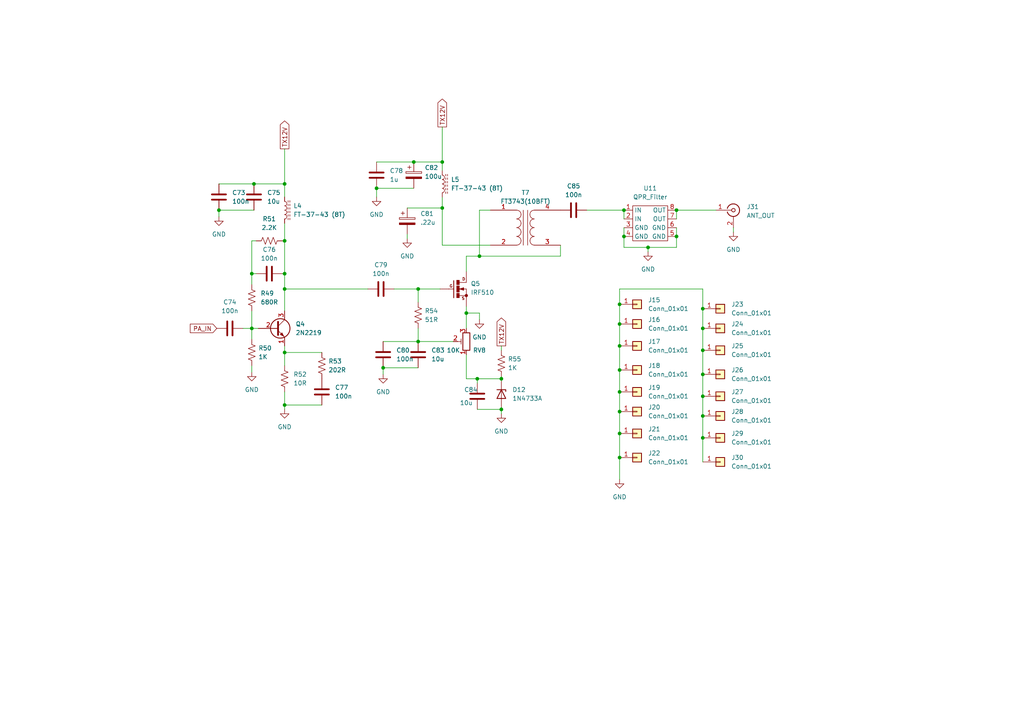
<source format=kicad_sch>
(kicad_sch (version 20211123) (generator eeschema)
  (paper "A4")
  (lib_symbols
    (symbol "Connector:Conn_Coaxial" (pin_names (offset 1.016) hide)
      (property "Reference" "J" (at 0.254 3.048 0))
      (property "Value" "Conn_Coaxial" (at 2.921 0 90))
      (symbol "Conn_Coaxial_0_1"
        (arc (start -1.778 -0.508) (mid 0.2311 -1.8066) (end 1.778 0) (stroke (width 0.254)))
        (polyline (pts (xy -2.54 0) (xy -0.508 0)))
        (polyline (pts (xy 0 -2.54) (xy 0 -1.778)))
        (circle (center 0 0) (radius 0.508) (stroke (width 0.2032)))
        (arc (start 1.778 0) (mid 0.2099 1.8101) (end -1.778 0.508) (stroke (width 0.254)))
      )
      (symbol "Conn_Coaxial_1_1"
        (pin passive line (at -5.08 0 0) (length 2.54) (name "In") (number "1"))
        (pin passive line (at 0 -5.08 90) (length 2.54) (name "Ext") (number "2"))
      )
    )
    (symbol "Connector_Generic:Conn_01x01" (pin_names (offset 1.016) hide)
      (property "Reference" "J" (at 0 2.54 0))
      (property "Value" "Conn_01x01" (at 0 -2.54 0))
      (symbol "Conn_01x01_1_1"
        (rectangle (start -1.27 0.127) (end 0 -0.127) (stroke (width 0.1524)))
        (rectangle (start -1.27 1.27) (end 1.27 -1.27) (stroke (width 0.254)) (fill (type background)))
        (pin passive line (at -5.08 0 0) (length 3.81) (name "Pin_1") (number "1"))
      )
    )
    (symbol "Custom_RF:QPR_Filter"
      (property "Reference" "U" (at 0 7.62 0))
      (property "Value" "QPR_Filter" (at 0 -7.62 0))
      (symbol "QPR_Filter_0_1"
        (rectangle (start -5.08 5.08) (end 5.08 -5.08))
      )
      (symbol "QPR_Filter_1_1"
        (pin bidirectional line (at -7.62 3.81 0) (length 2.54) (name "IN") (number "1"))
        (pin bidirectional line (at -7.62 1.27 0) (length 2.54) (name "IN") (number "2"))
        (pin power_in line (at -7.62 -1.27 0) (length 2.54) (name "GND") (number "3"))
        (pin power_in line (at -7.62 -3.81 0) (length 2.54) (name "GND") (number "4"))
        (pin power_in line (at 7.62 -3.81 180) (length 2.54) (name "GND") (number "5"))
        (pin power_in line (at 7.62 -1.27 180) (length 2.54) (name "GND") (number "6"))
        (pin bidirectional line (at 7.62 1.27 180) (length 2.54) (name "OUT") (number "7"))
        (pin bidirectional line (at 7.62 3.81 180) (length 2.54) (name "OUT") (number "8"))
      )
    )
    (symbol "Device:C" (pin_numbers hide) (pin_names (offset 0.254))
      (property "Reference" "C" (at 0.635 2.54 0))
      (property "Value" "C" (at 0.635 -2.54 0))
      (symbol "C_0_1"
        (polyline (pts (xy -2.032 -0.762) (xy 2.032 -0.762)) (stroke (width 0.508)))
        (polyline (pts (xy -2.032 0.762) (xy 2.032 0.762)) (stroke (width 0.508)))
      )
      (symbol "C_1_1"
        (pin passive line (at 0 3.81 270) (length 2.794) (name "~") (number "1"))
        (pin passive line (at 0 -3.81 90) (length 2.794) (name "~") (number "2"))
      )
    )
    (symbol "Device:C_Polarized" (pin_numbers hide) (pin_names (offset 0.254))
      (property "Reference" "C" (at 0.635 2.54 0))
      (property "Value" "C_Polarized" (at 0.635 -2.54 0))
      (symbol "C_Polarized_0_1"
        (rectangle (start -2.286 0.508) (end 2.286 1.016))
        (polyline (pts (xy -1.778 2.286) (xy -0.762 2.286)))
        (polyline (pts (xy -1.27 2.794) (xy -1.27 1.778)))
        (rectangle (start 2.286 -0.508) (end -2.286 -1.016) (fill (type outline)))
      )
      (symbol "C_Polarized_1_1"
        (pin passive line (at 0 3.81 270) (length 2.794) (name "~") (number "1"))
        (pin passive line (at 0 -3.81 90) (length 2.794) (name "~") (number "2"))
      )
    )
    (symbol "Device:L_Ferrite" (pin_numbers hide) (pin_names (offset 1.016) hide)
      (property "Reference" "L" (at -1.27 0 90))
      (property "Value" "L_Ferrite" (at 2.794 0 90))
      (symbol "L_Ferrite_0_1"
        (arc (start 0 -2.54) (mid 0.635 -1.905) (end 0 -1.27))
        (arc (start 0 -1.27) (mid 0.635 -0.635) (end 0 0))
        (polyline (pts (xy 1.016 -2.794) (xy 1.016 -2.286)))
        (polyline (pts (xy 1.016 -1.778) (xy 1.016 -1.27)))
        (polyline (pts (xy 1.016 -0.762) (xy 1.016 -0.254)))
        (polyline (pts (xy 1.016 0.254) (xy 1.016 0.762)))
        (polyline (pts (xy 1.016 1.27) (xy 1.016 1.778)))
        (polyline (pts (xy 1.016 2.286) (xy 1.016 2.794)))
        (polyline (pts (xy 1.524 -2.286) (xy 1.524 -2.794)))
        (polyline (pts (xy 1.524 -1.27) (xy 1.524 -1.778)))
        (polyline (pts (xy 1.524 -0.254) (xy 1.524 -0.762)))
        (polyline (pts (xy 1.524 0.762) (xy 1.524 0.254)))
        (polyline (pts (xy 1.524 1.778) (xy 1.524 1.27)))
        (polyline (pts (xy 1.524 2.794) (xy 1.524 2.286)))
        (arc (start 0 0) (mid 0.635 0.635) (end 0 1.27))
        (arc (start 0 1.27) (mid 0.635 1.905) (end 0 2.54))
      )
      (symbol "L_Ferrite_1_1"
        (pin passive line (at 0 3.81 270) (length 1.27) (name "1") (number "1"))
        (pin passive line (at 0 -3.81 90) (length 1.27) (name "2") (number "2"))
      )
    )
    (symbol "Device:R_Potentiometer_Trim" (pin_names (offset 1.016) hide)
      (property "Reference" "RV" (at -4.445 0 90))
      (property "Value" "R_Potentiometer_Trim" (at -2.54 0 90))
      (symbol "R_Potentiometer_Trim_0_1"
        (polyline (pts (xy 1.524 0.762) (xy 1.524 -0.762)))
        (polyline (pts (xy 2.54 0) (xy 1.524 0)))
        (rectangle (start 1.016 2.54) (end -1.016 -2.54) (stroke (width 0.254)))
      )
      (symbol "R_Potentiometer_Trim_1_1"
        (pin passive line (at 0 3.81 270) (length 1.27) (name "1") (number "1"))
        (pin passive line (at 3.81 0 180) (length 1.27) (name "2") (number "2"))
        (pin passive line (at 0 -3.81 90) (length 1.27) (name "3") (number "3"))
      )
    )
    (symbol "Device:R_US" (pin_numbers hide) (pin_names (offset 0))
      (property "Reference" "R" (at 2.54 0 90))
      (property "Value" "R_US" (at -2.54 0 90))
      (symbol "R_US_0_1"
        (polyline (pts (xy 0 -2.286) (xy 0 -2.54)))
        (polyline (pts (xy 0 2.286) (xy 0 2.54)))
        (polyline (pts (xy 0 -0.762) (xy 1.016 -1.143) (xy 0 -1.524) (xy -1.016 -1.905) (xy 0 -2.286)))
        (polyline (pts (xy 0 0.762) (xy 1.016 0.381) (xy 0 0) (xy -1.016 -0.381) (xy 0 -0.762)))
        (polyline (pts (xy 0 2.286) (xy 1.016 1.905) (xy 0 1.524) (xy -1.016 1.143) (xy 0 0.762)))
      )
      (symbol "R_US_1_1"
        (pin passive line (at 0 3.81 270) (length 1.27) (name "~") (number "1"))
        (pin passive line (at 0 -3.81 90) (length 1.27) (name "~") (number "2"))
      )
    )
    (symbol "Device:Transformer_1P_1S" (pin_names (offset 1.016) hide)
      (property "Reference" "T" (at 0 6.35 0))
      (property "Value" "Transformer_1P_1S" (at 0 -7.62 0))
      (symbol "Transformer_1P_1S_0_1"
        (arc (start -2.54 -5.0546) (mid -1.6599 -4.6901) (end -1.27 -3.81))
        (arc (start -2.54 -2.5146) (mid -1.6599 -2.1501) (end -1.27 -1.27))
        (arc (start -2.54 0.0254) (mid -1.6599 0.3899) (end -1.27 1.27))
        (arc (start -2.54 2.5654) (mid -1.6599 2.9299) (end -1.27 3.81))
        (arc (start -1.27 -3.81) (mid -1.642 -2.912) (end -2.54 -2.54))
        (arc (start -1.27 -1.27) (mid -1.642 -0.372) (end -2.54 0))
        (arc (start -1.27 1.27) (mid -1.642 2.168) (end -2.54 2.54))
        (arc (start -1.27 3.81) (mid -1.642 4.708) (end -2.54 5.08))
        (polyline (pts (xy -0.635 5.08) (xy -0.635 -5.08)))
        (polyline (pts (xy 0.635 -5.08) (xy 0.635 5.08)))
        (arc (start 1.2954 -1.27) (mid 1.6599 -2.1501) (end 2.54 -2.5146))
        (arc (start 1.2954 1.27) (mid 1.6599 0.3899) (end 2.54 0.0254))
        (arc (start 1.2954 3.81) (mid 1.6599 2.9299) (end 2.54 2.5654))
        (arc (start 1.3208 -3.81) (mid 1.6853 -4.6901) (end 2.5654 -5.0546))
        (arc (start 2.54 0) (mid 1.642 -0.372) (end 1.2954 -1.27))
        (arc (start 2.54 2.54) (mid 1.642 2.168) (end 1.2954 1.27))
        (arc (start 2.54 5.08) (mid 1.642 4.708) (end 1.2954 3.81))
        (arc (start 2.5654 -2.54) (mid 1.6674 -2.912) (end 1.3208 -3.81))
      )
      (symbol "Transformer_1P_1S_1_1"
        (pin passive line (at -10.16 5.08 0) (length 7.62) (name "AA") (number "1"))
        (pin passive line (at -10.16 -5.08 0) (length 7.62) (name "AB") (number "2"))
        (pin passive line (at 10.16 -5.08 180) (length 7.62) (name "SA") (number "3"))
        (pin passive line (at 10.16 5.08 180) (length 7.62) (name "SB") (number "4"))
      )
    )
    (symbol "Diode:1N47xxA" (pin_numbers hide) (pin_names hide)
      (property "Reference" "D" (at 0 2.54 0))
      (property "Value" "1N47xxA" (at 0 -2.54 0))
      (symbol "1N47xxA_0_1"
        (polyline (pts (xy 1.27 0) (xy -1.27 0)))
        (polyline (pts (xy -1.27 -1.27) (xy -1.27 1.27) (xy -0.762 1.27)) (stroke (width 0.254)))
        (polyline (pts (xy 1.27 -1.27) (xy 1.27 1.27) (xy -1.27 0) (xy 1.27 -1.27)) (stroke (width 0.254)))
      )
      (symbol "1N47xxA_1_1"
        (pin passive line (at -3.81 0 0) (length 2.54) (name "K") (number "1"))
        (pin passive line (at 3.81 0 180) (length 2.54) (name "A") (number "2"))
      )
    )
    (symbol "SnapEDA-Library:IRF510" (pin_numbers hide) (pin_names (offset 1.016) hide)
      (property "Reference" "Q" (at 3.302 0.508 0))
      (property "Value" "IRF510" (at 3.302 -0.508 0))
      (symbol "IRF510_0_0"
        (rectangle (start -0.254 -2.54) (end 0.508 -1.27) (fill (type outline)))
        (rectangle (start -0.254 -0.889) (end 0.508 0.889) (fill (type outline)))
        (rectangle (start -0.254 1.27) (end 0.508 2.54) (fill (type outline)))
        (polyline (pts (xy -1.1176 0) (xy -2.54 0)) (stroke (width 0.1524)))
        (polyline (pts (xy -1.1176 0) (xy -1.1176 -2.54)) (stroke (width 0.254)))
        (polyline (pts (xy -1.1176 2.413) (xy -1.1176 0)) (stroke (width 0.254)))
        (polyline (pts (xy 0.508 -1.905) (xy 2.54 -1.905)) (stroke (width 0.1524)))
        (polyline (pts (xy 0.508 0) (xy 1.143 0)) (stroke (width 0.1524)))
        (polyline (pts (xy 0.508 0) (xy 1.778 0.381)) (stroke (width 0.1524)))
        (polyline (pts (xy 1.143 0) (xy 1.651 -0.127)) (stroke (width 0.3048)))
        (polyline (pts (xy 1.143 0) (xy 2.54 0)) (stroke (width 0.1524)))
        (polyline (pts (xy 1.651 0.127) (xy 1.143 0)) (stroke (width 0.3048)))
        (polyline (pts (xy 1.778 -0.381) (xy 0.508 0)) (stroke (width 0.1524)))
        (polyline (pts (xy 1.778 0.381) (xy 1.778 -0.381)) (stroke (width 0.1524)))
        (polyline (pts (xy 2.54 -1.905) (xy 2.54 -2.54)) (stroke (width 0.1524)))
        (polyline (pts (xy 2.54 0) (xy 2.54 -1.905)) (stroke (width 0.1524)))
        (polyline (pts (xy 2.54 1.905) (xy 0.5334 1.905)) (stroke (width 0.1524)))
        (polyline (pts (xy 2.54 2.54) (xy 2.54 1.905)) (stroke (width 0.1524)))
        (circle (center 2.54 -1.905) (radius 0.254) (stroke (width 0.4064)))
        (text "D" (at 1.27 2.413 0) (effects (font (size 0.8128 0.8128)) (justify left bottom)))
        (text "G" (at -2.413 0.381 0) (effects (font (size 0.8128 0.8128)) (justify left bottom)))
        (text "S" (at 1.143 -3.175 0) (effects (font (size 0.8128 0.8128)) (justify left bottom)))
        (pin passive line (at 2.54 -5.08 90) (length 2.54) (name "~") (number "1"))
        (pin passive line (at 2.54 5.08 270) (length 2.54) (name "~") (number "2"))
        (pin passive line (at -5.08 0 0) (length 2.54) (name "~") (number "3"))
      )
    )
    (symbol "Transistor_BJT:2N2219" (pin_names (offset 0) hide)
      (property "Reference" "Q" (at 5.08 1.905 0))
      (property "Value" "2N2219" (at 5.08 0 0))
      (symbol "2N2219_0_1"
        (polyline (pts (xy 0.635 0.635) (xy 2.54 2.54)))
        (polyline (pts (xy 0.635 -0.635) (xy 2.54 -2.54) (xy 2.54 -2.54)))
        (polyline (pts (xy 0.635 1.905) (xy 0.635 -1.905) (xy 0.635 -1.905)) (stroke (width 0.508)))
        (polyline (pts (xy 1.27 -1.778) (xy 1.778 -1.27) (xy 2.286 -2.286) (xy 1.27 -1.778) (xy 1.27 -1.778)) (fill (type outline)))
        (circle (center 1.27 0) (radius 2.8194) (stroke (width 0.254)))
      )
      (symbol "2N2219_1_1"
        (pin passive line (at 2.54 -5.08 90) (length 2.54) (name "E") (number "1"))
        (pin passive line (at -5.08 0 0) (length 5.715) (name "B") (number "2"))
        (pin passive line (at 2.54 5.08 270) (length 2.54) (name "C") (number "3"))
      )
    )
    (symbol "power:GND" (power) (pin_names (offset 0))
      (property "Value" "GND" (at 0 -3.81 0))
      (symbol "GND_0_1"
        (polyline (pts (xy 0 0) (xy 0 -1.27) (xy 1.27 -1.27) (xy 0 -2.54) (xy -1.27 -1.27) (xy 0 -1.27)))
      )
      (symbol "GND_1_1"
        (pin power_in line (at 0 0 270) (length 0) hide (name "GND") (number "1"))
      )
    )
  )
  (junction (at 145.415 118.745))
  (junction (at 203.835 101.6))
  (junction (at 179.705 107.315))
  (junction (at 120.015 46.99))
  (junction (at 139.065 74.295))
  (junction (at 145.415 109.855))
  (junction (at 203.835 127))
  (junction (at 179.705 125.73))
  (junction (at 82.55 69.85))
  (junction (at 180.975 60.96))
  (junction (at 203.835 120.65))
  (junction (at 109.22 54.61))
  (junction (at 63.5 60.96))
  (junction (at 196.215 68.58))
  (junction (at 179.705 113.665))
  (junction (at 203.835 95.25))
  (junction (at 73.025 79.375))
  (junction (at 203.835 89.535))
  (junction (at 82.55 117.475))
  (junction (at 82.55 53.34))
  (junction (at 82.55 83.82))
  (junction (at 203.835 114.935))
  (junction (at 121.285 83.82))
  (junction (at 179.705 93.98))
  (junction (at 180.975 68.58))
  (junction (at 121.285 99.06))
  (junction (at 128.27 46.99))
  (junction (at 111.125 106.68))
  (junction (at 179.705 100.33))
  (junction (at 82.55 79.375))
  (junction (at 138.43 109.855))
  (junction (at 179.705 132.715))
  (junction (at 82.55 102.235))
  (junction (at 73.025 95.25))
  (junction (at 128.27 60.325))
  (junction (at 73.66 53.34))
  (junction (at 135.255 90.805))
  (junction (at 203.835 108.585))
  (junction (at 196.215 60.96))
  (junction (at 179.705 88.265))
  (junction (at 187.96 71.755))
  (junction (at 179.705 119.38))
  (wire (pts (xy 203.835 120.65) (xy 203.835 127)))
  (wire (pts (xy 145.415 118.745) (xy 138.43 118.745)))
  (wire (pts (xy 74.295 69.85) (xy 73.025 69.85)))
  (wire (pts (xy 73.025 95.25) (xy 74.93 95.25)))
  (wire (pts (xy 179.705 83.82) (xy 179.705 88.265)))
  (wire (pts (xy 128.27 60.325) (xy 128.27 57.15)))
  (wire (pts (xy 179.705 88.265) (xy 179.705 93.98)))
  (wire (pts (xy 179.705 107.315) (xy 179.705 113.665)))
  (wire (pts (xy 203.835 127) (xy 203.835 133.985)))
  (wire (pts (xy 179.705 139.065) (xy 179.705 132.715)))
  (wire (pts (xy 207.645 60.96) (xy 196.215 60.96)))
  (wire (pts (xy 142.24 60.96) (xy 139.065 60.96)))
  (wire (pts (xy 145.415 120.015) (xy 145.415 118.745)))
  (wire (pts (xy 82.55 102.235) (xy 93.345 102.235)))
  (wire (pts (xy 145.415 118.11) (xy 145.415 118.745)))
  (wire (pts (xy 81.915 79.375) (xy 82.55 79.375)))
  (wire (pts (xy 128.27 71.12) (xy 128.27 60.325)))
  (wire (pts (xy 118.11 60.325) (xy 128.27 60.325)))
  (wire (pts (xy 73.025 69.85) (xy 73.025 79.375)))
  (wire (pts (xy 82.55 118.745) (xy 82.55 117.475)))
  (wire (pts (xy 135.255 109.855) (xy 138.43 109.855)))
  (wire (pts (xy 109.22 54.61) (xy 120.015 54.61)))
  (wire (pts (xy 196.215 66.04) (xy 196.215 68.58)))
  (wire (pts (xy 139.065 92.71) (xy 139.065 90.805)))
  (wire (pts (xy 139.065 74.295) (xy 162.56 74.295)))
  (wire (pts (xy 111.125 108.585) (xy 111.125 106.68)))
  (wire (pts (xy 139.065 60.96) (xy 139.065 74.295)))
  (wire (pts (xy 203.835 89.535) (xy 203.835 83.82)))
  (wire (pts (xy 73.025 79.375) (xy 74.295 79.375)))
  (wire (pts (xy 145.415 110.49) (xy 145.415 109.855)))
  (wire (pts (xy 73.025 106.045) (xy 73.025 107.95)))
  (wire (pts (xy 128.27 36.83) (xy 128.27 46.99)))
  (wire (pts (xy 111.125 106.68) (xy 121.285 106.68)))
  (wire (pts (xy 196.215 60.96) (xy 196.215 63.5)))
  (wire (pts (xy 139.065 90.805) (xy 135.255 90.805)))
  (wire (pts (xy 145.415 109.855) (xy 145.415 109.22)))
  (wire (pts (xy 121.285 95.25) (xy 121.285 99.06)))
  (wire (pts (xy 82.55 106.045) (xy 82.55 102.235)))
  (wire (pts (xy 138.43 109.855) (xy 145.415 109.855)))
  (wire (pts (xy 63.5 62.865) (xy 63.5 60.96)))
  (wire (pts (xy 121.285 99.06) (xy 131.445 99.06)))
  (wire (pts (xy 180.975 71.755) (xy 187.96 71.755)))
  (wire (pts (xy 179.705 125.73) (xy 179.705 132.715)))
  (wire (pts (xy 203.835 83.82) (xy 179.705 83.82)))
  (wire (pts (xy 82.55 83.82) (xy 106.68 83.82)))
  (wire (pts (xy 180.975 66.04) (xy 180.975 68.58)))
  (wire (pts (xy 179.705 119.38) (xy 179.705 125.73)))
  (wire (pts (xy 82.55 113.665) (xy 82.55 117.475)))
  (wire (pts (xy 187.96 71.755) (xy 187.96 73.025)))
  (wire (pts (xy 109.22 57.15) (xy 109.22 54.61)))
  (wire (pts (xy 82.55 79.375) (xy 82.55 83.82)))
  (wire (pts (xy 82.55 69.85) (xy 82.55 79.375)))
  (wire (pts (xy 128.27 49.53) (xy 128.27 46.99)))
  (wire (pts (xy 203.835 95.25) (xy 203.835 101.6)))
  (wire (pts (xy 121.285 87.63) (xy 121.285 83.82)))
  (wire (pts (xy 203.835 108.585) (xy 203.835 114.935)))
  (wire (pts (xy 212.725 67.31) (xy 212.725 66.04)))
  (wire (pts (xy 135.255 88.9) (xy 135.255 90.805)))
  (wire (pts (xy 179.705 113.665) (xy 179.705 119.38)))
  (wire (pts (xy 118.11 67.945) (xy 118.11 69.215)))
  (wire (pts (xy 93.345 117.475) (xy 82.55 117.475)))
  (wire (pts (xy 81.915 69.85) (xy 82.55 69.85)))
  (wire (pts (xy 120.015 46.99) (xy 128.27 46.99)))
  (wire (pts (xy 135.255 74.295) (xy 139.065 74.295)))
  (wire (pts (xy 138.43 109.855) (xy 138.43 111.125)))
  (wire (pts (xy 145.415 100.33) (xy 145.415 101.6)))
  (wire (pts (xy 180.975 60.96) (xy 180.975 63.5)))
  (wire (pts (xy 70.485 95.25) (xy 73.025 95.25)))
  (wire (pts (xy 135.255 109.855) (xy 135.255 102.87)))
  (wire (pts (xy 82.55 100.33) (xy 82.55 102.235)))
  (wire (pts (xy 196.215 71.755) (xy 196.215 68.58)))
  (wire (pts (xy 187.96 71.755) (xy 196.215 71.755)))
  (wire (pts (xy 82.55 64.77) (xy 82.55 69.85)))
  (wire (pts (xy 111.125 99.06) (xy 121.285 99.06)))
  (wire (pts (xy 82.55 43.18) (xy 82.55 53.34)))
  (wire (pts (xy 63.5 53.34) (xy 73.66 53.34)))
  (wire (pts (xy 63.5 60.96) (xy 73.66 60.96)))
  (wire (pts (xy 142.24 71.12) (xy 128.27 71.12)))
  (wire (pts (xy 82.55 53.34) (xy 82.55 57.15)))
  (wire (pts (xy 203.835 89.535) (xy 203.835 95.25)))
  (wire (pts (xy 109.22 46.99) (xy 120.015 46.99)))
  (wire (pts (xy 135.255 90.805) (xy 135.255 95.25)))
  (wire (pts (xy 135.255 78.74) (xy 135.255 74.295)))
  (wire (pts (xy 180.975 68.58) (xy 180.975 71.755)))
  (wire (pts (xy 203.835 101.6) (xy 203.835 108.585)))
  (wire (pts (xy 179.705 93.98) (xy 179.705 100.33)))
  (wire (pts (xy 180.975 60.96) (xy 170.18 60.96)))
  (wire (pts (xy 203.835 114.935) (xy 203.835 120.65)))
  (wire (pts (xy 73.025 90.17) (xy 73.025 95.25)))
  (wire (pts (xy 73.025 95.25) (xy 73.025 98.425)))
  (wire (pts (xy 73.66 53.34) (xy 82.55 53.34)))
  (wire (pts (xy 179.705 100.33) (xy 179.705 107.315)))
  (wire (pts (xy 73.025 79.375) (xy 73.025 82.55)))
  (wire (pts (xy 127.635 83.82) (xy 121.285 83.82)))
  (wire (pts (xy 162.56 74.295) (xy 162.56 71.12)))
  (wire (pts (xy 121.285 83.82) (xy 114.3 83.82)))
  (wire (pts (xy 82.55 83.82) (xy 82.55 90.17)))
  (global_label "PA_IN" (shape input) (at 62.865 95.25 180) (property "Intersheet References" "${INTERSHEET_REFS}" (effects hide)))
  (global_label "TX12V" (shape output) (at 82.55 43.18 90) (property "Intersheet References" "${INTERSHEET_REFS}" (effects hide)))
  (global_label "TX12V" (shape output) (at 128.27 36.83 90) (property "Intersheet References" "${INTERSHEET_REFS}" (effects hide)))
  (global_label "TX12V" (shape output) (at 145.415 100.33 90) (property "Intersheet References" "${INTERSHEET_REFS}" (effects hide)))
  (symbol (lib_id "Connector_Generic:Conn_01x01") (at 208.915 133.985 0) (unit 1)
    (property "Reference" "J30" (at 212.09 132.7149 0) (effects (justify left)))
    (property "Value" "Conn_01x01" (at 212.09 135.2549 0) (effects (justify left)))
    (property "Footprint" "TestPoint:TestPoint_Pad_2.0x2.0mm" (effects hide))
  )
  (symbol (lib_id "Device:R_US") (at 73.025 102.235 180) (unit 1)
    (property "Reference" "R50" (at 74.93 100.9649 0) (effects (justify right)))
    (property "Value" "1K" (at 74.93 103.5049 0) (effects (justify right)))
    (property "Footprint" "Resistor_THT:R_Axial_DIN0207_L6.3mm_D2.5mm_P10.16mm_Horizontal" (effects hide))
  )
  (symbol (lib_id "power:GND") (at 63.5 62.865 0) (unit 1)
    (property "Reference" "#PWR077" (effects hide))
    (property "Value" "GND" (at 63.5 67.945 0))
  )
  (symbol (lib_id "Device:C") (at 111.125 102.87 0) (unit 1)
    (property "Reference" "C80" (at 114.935 101.5999 0) (effects (justify left)))
    (property "Value" "100n" (at 114.935 104.1399 0) (effects (justify left)))
    (property "Footprint" "Capacitor_THT:C_Disc_D3.4mm_W2.1mm_P2.50mm" (effects hide))
  )
  (symbol (lib_id "power:GND") (at 212.725 67.31 0) (unit 1)
    (property "Reference" "#PWR087" (effects hide))
    (property "Value" "GND" (at 212.725 72.39 0))
  )
  (symbol (lib_id "power:GND") (at 109.22 57.15 0) (unit 1)
    (property "Reference" "#PWR080" (effects hide))
    (property "Value" "GND" (at 109.22 62.23 0))
  )
  (symbol (lib_id "power:GND") (at 145.415 120.015 0) (unit 1)
    (property "Reference" "#PWR084" (effects hide))
    (property "Value" "GND" (at 145.415 125.095 0))
  )
  (symbol (lib_id "Device:R_US") (at 78.105 69.85 90) (unit 1)
    (property "Reference" "R51" (at 78.105 63.5 90))
    (property "Value" "2.2K" (at 78.105 66.04 90))
    (property "Footprint" "Resistor_THT:R_Axial_DIN0207_L6.3mm_D2.5mm_P10.16mm_Horizontal" (effects hide))
  )
  (symbol (lib_id "Device:C_Polarized") (at 120.015 50.8 0) (unit 1)
    (property "Reference" "C82" (at 123.19 48.6409 0) (effects (justify left)))
    (property "Value" "100u" (at 123.19 51.1809 0) (effects (justify left)))
    (property "Footprint" "Capacitor_THT:CP_Radial_D8.0mm_P2.50mm" (effects hide))
  )
  (symbol (lib_id "Device:R_US") (at 93.345 106.045 180) (unit 1)
    (property "Reference" "R53" (at 95.25 104.7749 0) (effects (justify right)))
    (property "Value" "202R" (at 95.25 107.3149 0) (effects (justify right)))
    (property "Footprint" "Resistor_THT:R_Axial_DIN0207_L6.3mm_D2.5mm_P10.16mm_Horizontal" (effects hide))
  )
  (symbol (lib_id "Device:C") (at 78.105 79.375 90) (unit 1)
    (property "Reference" "C76" (at 78.105 72.39 90))
    (property "Value" "100n" (at 78.105 74.93 90))
    (property "Footprint" "Capacitor_THT:C_Disc_D3.4mm_W2.1mm_P2.50mm" (effects hide))
  )
  (symbol (lib_id "Connector_Generic:Conn_01x01") (at 184.785 93.98 0) (unit 1)
    (property "Reference" "J16" (at 187.96 92.7099 0) (effects (justify left)))
    (property "Value" "Conn_01x01" (at 187.96 95.2499 0) (effects (justify left)))
    (property "Footprint" "TestPoint:TestPoint_Pad_2.0x2.0mm" (effects hide))
  )
  (symbol (lib_id "power:GND") (at 118.11 69.215 0) (unit 1)
    (property "Reference" "#PWR082" (effects hide))
    (property "Value" "GND" (at 118.11 74.295 0))
  )
  (symbol (lib_id "power:GND") (at 187.96 73.025 0) (unit 1)
    (property "Reference" "#PWR086" (effects hide))
    (property "Value" "GND" (at 187.96 78.105 0))
  )
  (symbol (lib_id "Device:C") (at 63.5 57.15 0) (unit 1)
    (property "Reference" "C73" (at 67.31 55.8799 0) (effects (justify left)))
    (property "Value" "100n" (at 67.31 58.4199 0) (effects (justify left)))
    (property "Footprint" "Capacitor_THT:C_Disc_D3.4mm_W2.1mm_P2.50mm" (effects hide))
  )
  (symbol (lib_id "Connector_Generic:Conn_01x01") (at 184.785 113.665 0) (unit 1)
    (property "Reference" "J19" (at 187.96 112.3949 0) (effects (justify left)))
    (property "Value" "Conn_01x01" (at 187.96 114.9349 0) (effects (justify left)))
    (property "Footprint" "TestPoint:TestPoint_Pad_2.0x2.0mm" (effects hide))
  )
  (symbol (lib_id "Device:C") (at 109.22 50.8 0) (unit 1)
    (property "Reference" "C78" (at 113.03 49.5299 0) (effects (justify left)))
    (property "Value" "1u" (at 113.03 52.0699 0) (effects (justify left)))
    (property "Footprint" "Capacitor_THT:C_Disc_D3.4mm_W2.1mm_P2.50mm" (effects hide))
  )
  (symbol (lib_id "Connector_Generic:Conn_01x01") (at 208.915 89.535 0) (unit 1)
    (property "Reference" "J23" (at 212.09 88.2649 0) (effects (justify left)))
    (property "Value" "Conn_01x01" (at 212.09 90.8049 0) (effects (justify left)))
    (property "Footprint" "TestPoint:TestPoint_Pad_2.0x2.0mm" (effects hide))
  )
  (symbol (lib_id "Connector_Generic:Conn_01x01") (at 184.785 100.33 0) (unit 1)
    (property "Reference" "J17" (at 187.96 99.0599 0) (effects (justify left)))
    (property "Value" "Conn_01x01" (at 187.96 101.5999 0) (effects (justify left)))
    (property "Footprint" "TestPoint:TestPoint_Pad_2.0x2.0mm" (effects hide))
  )
  (symbol (lib_id "Connector_Generic:Conn_01x01") (at 208.915 95.25 0) (unit 1)
    (property "Reference" "J24" (at 212.09 93.9799 0) (effects (justify left)))
    (property "Value" "Conn_01x01" (at 212.09 96.5199 0) (effects (justify left)))
    (property "Footprint" "TestPoint:TestPoint_Pad_2.0x2.0mm" (effects hide))
  )
  (symbol (lib_id "Device:C") (at 166.37 60.96 90) (unit 1)
    (property "Reference" "C85" (at 166.37 53.975 90))
    (property "Value" "100n" (at 166.37 56.515 90))
    (property "Footprint" "Capacitor_THT:C_Disc_D3.4mm_W2.1mm_P2.50mm" (effects hide))
  )
  (symbol (lib_id "Connector_Generic:Conn_01x01") (at 184.785 88.265 0) (unit 1)
    (property "Reference" "J15" (at 187.96 86.9949 0) (effects (justify left)))
    (property "Value" "Conn_01x01" (at 187.96 89.5349 0) (effects (justify left)))
    (property "Footprint" "TestPoint:TestPoint_Pad_2.0x2.0mm" (effects hide))
  )
  (symbol (lib_id "Device:R_Potentiometer_Trim") (at 135.255 99.06 180) (unit 1)
    (property "Reference" "RV8" (at 137.16 101.6 0) (effects (justify right)))
    (property "Value" "10K" (at 129.54 101.6 0) (effects (justify right)))
    (property "Footprint" "Potentiometer_THT:Potentiometer_Bourns_3296W_Vertical" (effects hide))
  )
  (symbol (lib_id "power:GND") (at 179.705 139.065 0) (unit 1)
    (property "Reference" "#PWR085" (effects hide))
    (property "Value" "GND" (at 179.705 144.145 0))
  )
  (symbol (lib_id "Transistor_BJT:2N2219") (at 80.01 95.25 0) (unit 1)
    (property "Reference" "Q4" (at 85.725 93.9799 0) (effects (justify left)))
    (property "Value" "2N2219" (at 85.725 96.5199 0) (effects (justify left)))
    (property "Footprint" "Package_TO_SOT_THT:TO-39-3" (effects hide))
    (property "Datasheet" "http://www.onsemi.com/pub_link/Collateral/2N2219-D.PDF" (effects hide))
  )
  (symbol (lib_id "Device:L_Ferrite") (at 82.55 60.96 0) (unit 1)
    (property "Reference" "L4" (at 85.09 59.6899 0) (effects (justify left)))
    (property "Value" "FT-37-43 (8T)" (at 85.09 62.2299 0) (effects (justify left)))
    (property "Footprint" "Inductor_THT:L_Toroid_Horizontal_D9.5mm_P15.00mm_Diameter10-5mm_Amidon-T37" (effects hide))
  )
  (symbol (lib_id "Connector_Generic:Conn_01x01") (at 208.915 127 0) (unit 1)
    (property "Reference" "J29" (at 212.09 125.7299 0) (effects (justify left)))
    (property "Value" "Conn_01x01" (at 212.09 128.2699 0) (effects (justify left)))
    (property "Footprint" "TestPoint:TestPoint_Pad_2.0x2.0mm" (effects hide))
  )
  (symbol (lib_id "Diode:1N47xxA") (at 145.415 114.3 270) (unit 1)
    (property "Reference" "D12" (at 148.59 113.0299 90) (effects (justify left)))
    (property "Value" "1N4733A" (at 148.59 115.5699 90) (effects (justify left)))
    (property "Footprint" "Diode_THT:D_DO-41_SOD81_P10.16mm_Horizontal" (effects hide))
    (property "Datasheet" "https://www.vishay.com/docs/85816/1n4728a.pdf" (effects hide))
  )
  (symbol (lib_id "Device:R_US") (at 73.025 86.36 180) (unit 1)
    (property "Reference" "R49" (at 75.565 85.0899 0) (effects (justify right)))
    (property "Value" "680R" (at 75.565 87.6299 0) (effects (justify right)))
    (property "Footprint" "Resistor_THT:R_Axial_DIN0207_L6.3mm_D2.5mm_P10.16mm_Horizontal" (effects hide))
  )
  (symbol (lib_id "Device:C") (at 66.675 95.25 90) (unit 1)
    (property "Reference" "C74" (at 66.675 87.63 90))
    (property "Value" "100n" (at 66.675 90.17 90))
    (property "Footprint" "Capacitor_THT:C_Disc_D3.4mm_W2.1mm_P2.50mm" (effects hide))
  )
  (symbol (lib_id "Connector_Generic:Conn_01x01") (at 184.785 107.315 0) (unit 1)
    (property "Reference" "J18" (at 187.96 106.0449 0) (effects (justify left)))
    (property "Value" "Conn_01x01" (at 187.96 108.5849 0) (effects (justify left)))
    (property "Footprint" "TestPoint:TestPoint_Pad_2.0x2.0mm" (effects hide))
  )
  (symbol (lib_id "Device:C") (at 121.285 102.87 0) (unit 1)
    (property "Reference" "C83" (at 125.095 101.5999 0) (effects (justify left)))
    (property "Value" "10u" (at 125.095 104.1399 0) (effects (justify left)))
    (property "Footprint" "Capacitor_THT:C_Disc_D3.4mm_W2.1mm_P2.50mm" (effects hide))
  )
  (symbol (lib_id "power:GND") (at 111.125 108.585 0) (unit 1)
    (property "Reference" "#PWR081" (effects hide))
    (property "Value" "GND" (at 111.125 113.665 0))
  )
  (symbol (lib_id "Connector:Conn_Coaxial") (at 212.725 60.96 0) (unit 1)
    (property "Reference" "J31" (at 216.535 59.9831 0) (effects (justify left)))
    (property "Value" "ANT_OUT" (at 216.535 62.5231 0) (effects (justify left)))
    (property "Footprint" "Connector_Coaxial:SMA_Amphenol_901-144_Vertical" (effects hide))
    (property "Datasheet" " ~" (effects hide))
  )
  (symbol (lib_id "power:GND") (at 82.55 118.745 0) (unit 1)
    (property "Reference" "#PWR079" (effects hide))
    (property "Value" "GND" (at 82.55 123.825 0))
  )
  (symbol (lib_id "Device:L_Ferrite") (at 128.27 53.34 0) (unit 1)
    (property "Reference" "L5" (at 130.81 52.0699 0) (effects (justify left)))
    (property "Value" "FT-37-43 (8T)" (at 130.81 54.6099 0) (effects (justify left)))
    (property "Footprint" "Inductor_THT:L_Toroid_Horizontal_D9.5mm_P15.00mm_Diameter10-5mm_Amidon-T37" (effects hide))
  )
  (symbol (lib_id "Device:C") (at 110.49 83.82 90) (unit 1)
    (property "Reference" "C79" (at 110.49 76.835 90))
    (property "Value" "100n" (at 110.49 79.375 90))
    (property "Footprint" "Capacitor_THT:C_Disc_D3.4mm_W2.1mm_P2.50mm" (effects hide))
  )
  (symbol (lib_id "Device:R_US") (at 121.285 91.44 180) (unit 1)
    (property "Reference" "R54" (at 123.19 90.1699 0) (effects (justify right)))
    (property "Value" "51R" (at 123.19 92.7099 0) (effects (justify right)))
    (property "Footprint" "Resistor_THT:R_Axial_DIN0207_L6.3mm_D2.5mm_P10.16mm_Horizontal" (effects hide))
  )
  (symbol (lib_id "Device:R_US") (at 82.55 109.855 180) (unit 1)
    (property "Reference" "R52" (at 85.09 108.5849 0) (effects (justify right)))
    (property "Value" "10R" (at 85.09 111.1249 0) (effects (justify right)))
    (property "Footprint" "Resistor_THT:R_Axial_DIN0207_L6.3mm_D2.5mm_P10.16mm_Horizontal" (effects hide))
  )
  (symbol (lib_id "Connector_Generic:Conn_01x01") (at 184.785 119.38 0) (unit 1)
    (property "Reference" "J20" (at 187.96 118.1099 0) (effects (justify left)))
    (property "Value" "Conn_01x01" (at 187.96 120.6499 0) (effects (justify left)))
    (property "Footprint" "TestPoint:TestPoint_Pad_2.0x2.0mm" (effects hide))
  )
  (symbol (lib_id "power:GND") (at 139.065 92.71 0) (unit 1)
    (property "Reference" "#PWR083" (effects hide))
    (property "Value" "GND" (at 139.065 97.79 0))
  )
  (symbol (lib_id "Connector_Generic:Conn_01x01") (at 208.915 108.585 0) (unit 1)
    (property "Reference" "J26" (at 212.09 107.3149 0) (effects (justify left)))
    (property "Value" "Conn_01x01" (at 212.09 109.8549 0) (effects (justify left)))
    (property "Footprint" "TestPoint:TestPoint_Pad_2.0x2.0mm" (effects hide))
  )
  (symbol (lib_id "Connector_Generic:Conn_01x01") (at 184.785 125.73 0) (unit 1)
    (property "Reference" "J21" (at 187.96 124.4599 0) (effects (justify left)))
    (property "Value" "Conn_01x01" (at 187.96 126.9999 0) (effects (justify left)))
    (property "Footprint" "TestPoint:TestPoint_Pad_2.0x2.0mm" (effects hide))
  )
  (symbol (lib_id "Connector_Generic:Conn_01x01") (at 208.915 101.6 0) (unit 1)
    (property "Reference" "J25" (at 212.09 100.3299 0) (effects (justify left)))
    (property "Value" "Conn_01x01" (at 212.09 102.8699 0) (effects (justify left)))
    (property "Footprint" "TestPoint:TestPoint_Pad_2.0x2.0mm" (effects hide))
  )
  (symbol (lib_id "Device:R_US") (at 145.415 105.41 0) (unit 1)
    (property "Reference" "R55" (at 147.32 104.1399 0) (effects (justify left)))
    (property "Value" "1K" (at 147.32 106.6799 0) (effects (justify left)))
    (property "Footprint" "Resistor_THT:R_Axial_DIN0207_L6.3mm_D2.5mm_P10.16mm_Horizontal" (effects hide))
  )
  (symbol (lib_id "Connector_Generic:Conn_01x01") (at 184.785 132.715 0) (unit 1)
    (property "Reference" "J22" (at 187.96 131.4449 0) (effects (justify left)))
    (property "Value" "Conn_01x01" (at 187.96 133.9849 0) (effects (justify left)))
    (property "Footprint" "TestPoint:TestPoint_Pad_2.0x2.0mm" (effects hide))
  )
  (symbol (lib_id "SnapEDA-Library:IRF510") (at 132.715 83.82 0) (unit 1)
    (property "Reference" "Q5" (at 136.525 82.2766 0) (effects (justify left)))
    (property "Value" "IRF510" (at 136.525 84.8166 0) (effects (justify left)))
    (property "Footprint" "Package_TO_SOT_THT:TO-220-3_Vertical" (effects hide))
  )
  (symbol (lib_id "power:GND") (at 73.025 107.95 0) (unit 1)
    (property "Reference" "#PWR078" (effects hide))
    (property "Value" "GND" (at 73.025 113.03 0))
  )
  (symbol (lib_id "Connector_Generic:Conn_01x01") (at 208.915 114.935 0) (unit 1)
    (property "Reference" "J27" (at 212.09 113.6649 0) (effects (justify left)))
    (property "Value" "Conn_01x01" (at 212.09 116.2049 0) (effects (justify left)))
    (property "Footprint" "TestPoint:TestPoint_Pad_2.0x2.0mm" (effects hide))
  )
  (symbol (lib_id "Device:Transformer_1P_1S") (at 152.4 66.04 0) (unit 1)
    (property "Reference" "T7" (at 152.4127 55.88 0))
    (property "Value" "FT3743(10BFT)" (at 152.4127 58.42 0))
    (property "Footprint" "Transformer_THT:Transformer_Toroid_Horizontal_D10.5mm_Amidon-T37" (effects hide))
  )
  (symbol (lib_id "Device:C") (at 138.43 114.935 0) (unit 1)
    (property "Reference" "C84" (at 134.62 113.03 0) (effects (justify left)))
    (property "Value" "10u" (at 133.35 116.84 0) (effects (justify left)))
    (property "Footprint" "Capacitor_THT:C_Disc_D3.4mm_W2.1mm_P2.50mm" (effects hide))
  )
  (symbol (lib_id "Custom_RF:QPR_Filter") (at 188.595 64.77 0) (unit 1)
    (property "Reference" "U11" (at 188.595 54.61 0))
    (property "Value" "QPR_Filter" (at 188.595 57.15 0))
    (property "Footprint" "Custom_RF:QRPLabs_Filter_TH" (effects hide))
    (property "Datasheet" "https://www.qrp-labs.com/lpfkit.html" (effects hide))
  )
  (symbol (lib_id "Connector_Generic:Conn_01x01") (at 208.915 120.65 0) (unit 1)
    (property "Reference" "J28" (at 212.09 119.3799 0) (effects (justify left)))
    (property "Value" "Conn_01x01" (at 212.09 121.9199 0) (effects (justify left)))
    (property "Footprint" "TestPoint:TestPoint_Pad_2.0x2.0mm" (effects hide))
  )
  (symbol (lib_id "Device:C") (at 73.66 57.15 0) (unit 1)
    (property "Reference" "C75" (at 77.47 55.8799 0) (effects (justify left)))
    (property "Value" "10u" (at 77.47 58.4199 0) (effects (justify left)))
    (property "Footprint" "Capacitor_THT:C_Disc_D3.4mm_W2.1mm_P2.50mm" (effects hide))
  )
  (symbol (lib_id "Device:C") (at 93.345 113.665 0) (unit 1)
    (property "Reference" "C77" (at 97.155 112.3949 0) (effects (justify left)))
    (property "Value" "100n" (at 97.155 114.9349 0) (effects (justify left)))
    (property "Footprint" "Capacitor_THT:C_Disc_D3.4mm_W2.1mm_P2.50mm" (effects hide))
  )
  (symbol (lib_id "Device:C_Polarized") (at 118.11 64.135 0) (unit 1)
    (property "Reference" "C81" (at 121.92 61.9759 0) (effects (justify left)))
    (property "Value" ".22u" (at 121.92 64.5159 0) (effects (justify left)))
    (property "Footprint" "Capacitor_THT:CP_Radial_D8.0mm_P2.50mm" (effects hide))
  )
)
</source>
